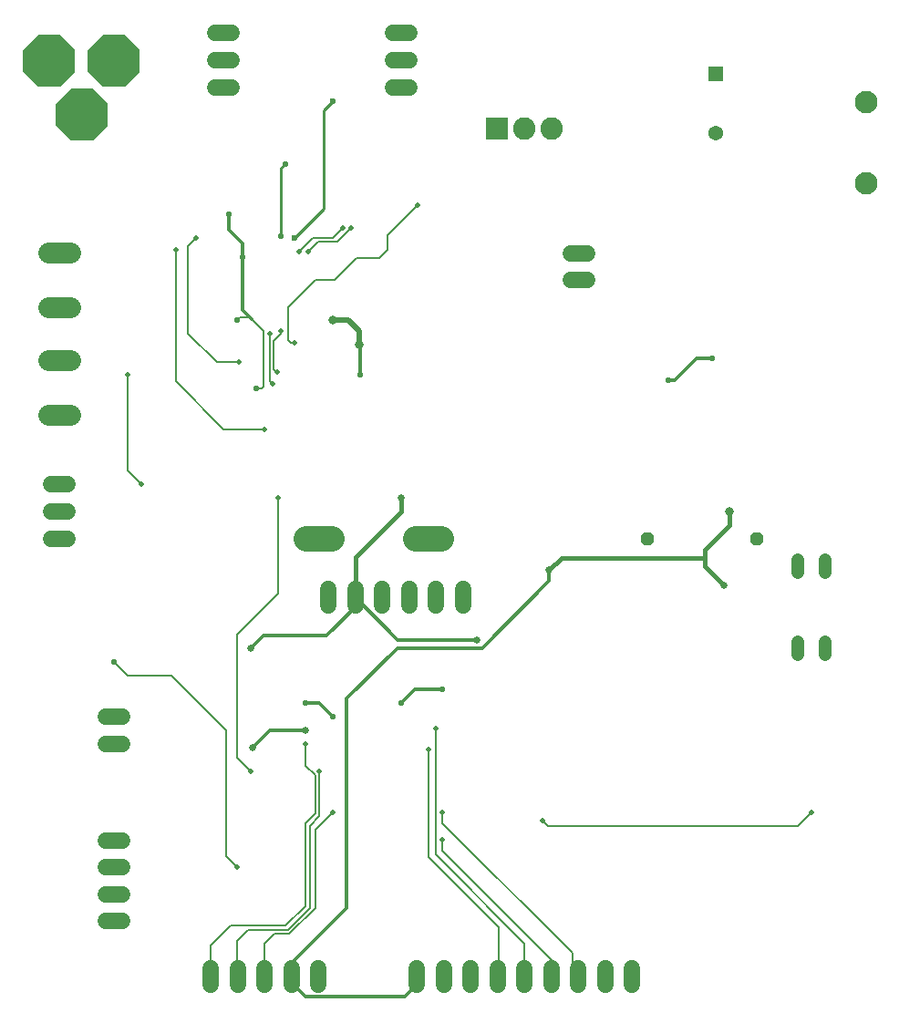
<source format=gbr>
G04 EAGLE Gerber RS-274X export*
G75*
%MOMM*%
%FSLAX34Y34*%
%LPD*%
%INBottom Copper*%
%IPPOS*%
%AMOC8*
5,1,8,0,0,1.08239X$1,22.5*%
G01*
%ADD10C,1.219200*%
%ADD11C,1.524000*%
%ADD12P,5.223614X8X112.500000*%
%ADD13P,1.319650X8X22.500000*%
%ADD14C,2.400300*%
%ADD15C,2.100000*%
%ADD16R,1.371600X1.371600*%
%ADD17C,1.371600*%
%ADD18R,2.085000X2.085000*%
%ADD19C,2.085000*%
%ADD20C,1.981200*%
%ADD21C,0.825000*%
%ADD22C,0.508000*%
%ADD23C,0.550000*%
%ADD24C,0.304800*%
%ADD25C,0.500000*%
%ADD26C,0.152400*%
%ADD27C,0.675000*%
%ADD28C,0.406400*%
%ADD29C,0.600000*%
%ADD30C,0.254000*%


D10*
X749300Y463296D02*
X749300Y451104D01*
X749300Y387096D02*
X749300Y374904D01*
X723900Y374904D02*
X723900Y387096D01*
X723900Y451104D02*
X723900Y463296D01*
D11*
X45720Y482600D02*
X30480Y482600D01*
X30480Y508000D02*
X45720Y508000D01*
X45720Y533400D02*
X30480Y533400D01*
D12*
X58928Y876300D03*
X88900Y926338D03*
X28956Y926338D03*
D13*
X584200Y482600D03*
X685800Y482600D03*
D14*
X291402Y482600D02*
X267399Y482600D01*
X368999Y482600D02*
X393002Y482600D01*
D15*
X787400Y812800D03*
X787400Y887800D03*
D16*
X647700Y914400D03*
D17*
X647700Y859536D03*
D11*
X198120Y901700D02*
X182880Y901700D01*
X182880Y927100D02*
X198120Y927100D01*
X198120Y952500D02*
X182880Y952500D01*
D18*
X444500Y863600D03*
D19*
X469900Y863600D03*
X495300Y863600D03*
D11*
X363220Y901700D02*
X347980Y901700D01*
X347980Y927100D02*
X363220Y927100D01*
X363220Y952500D02*
X347980Y952500D01*
X96520Y292300D02*
X81280Y292300D01*
X81280Y317300D02*
X96520Y317300D01*
X394900Y83820D02*
X394900Y68580D01*
X419900Y68580D02*
X419900Y83820D01*
X519900Y83820D02*
X519900Y68580D01*
X444900Y68580D02*
X444900Y83820D01*
X469900Y83820D02*
X469900Y68580D01*
X494900Y68580D02*
X494900Y83820D01*
X544900Y83820D02*
X544900Y68580D01*
X569900Y68580D02*
X569900Y83820D01*
X369900Y83820D02*
X369900Y68580D01*
X96520Y152600D02*
X81280Y152600D01*
X81280Y127600D02*
X96520Y127600D01*
X96520Y177600D02*
X81280Y177600D01*
X81280Y202600D02*
X96520Y202600D01*
X228600Y83820D02*
X228600Y68580D01*
X178600Y68580D02*
X178600Y83820D01*
X203600Y83820D02*
X203600Y68580D01*
X253600Y68580D02*
X253600Y83820D01*
X278600Y83820D02*
X278600Y68580D01*
X338020Y420370D02*
X338020Y435610D01*
X413020Y435610D02*
X413020Y420370D01*
X388020Y420370D02*
X388020Y435610D01*
X363020Y435610D02*
X363020Y420370D01*
X313020Y420370D02*
X313020Y435610D01*
X288020Y435610D02*
X288020Y420370D01*
D20*
X48006Y748284D02*
X28194Y748284D01*
X28194Y697992D02*
X48006Y697992D01*
X48006Y648208D02*
X28194Y648208D01*
X28194Y597916D02*
X48006Y597916D01*
D11*
X513080Y747830D02*
X528320Y747830D01*
X528320Y722830D02*
X513080Y722830D01*
D21*
X316230Y662940D03*
D22*
X316230Y675640D01*
X306070Y685800D02*
X292100Y685800D01*
X306070Y685800D02*
X316230Y675640D01*
D21*
X292100Y685800D03*
D23*
X643890Y650240D03*
X603250Y629920D03*
D24*
X609600Y629920D01*
X629920Y650240D02*
X643890Y650240D01*
X629920Y650240D02*
X609600Y629920D01*
D25*
X101600Y635000D03*
D26*
X101600Y546100D01*
X114300Y533400D01*
D25*
X114300Y533400D03*
D23*
X317500Y635000D03*
D24*
X317500Y661670D01*
X316230Y662940D01*
D23*
X203200Y685800D03*
D26*
X205740Y688340D01*
X214630Y688340D01*
X216535Y686435D01*
X227330Y675640D01*
X227330Y623570D01*
X226060Y622300D01*
X220980Y622300D01*
D23*
X220980Y622300D03*
X195580Y783590D03*
D24*
X195580Y769620D01*
X208280Y694690D02*
X216535Y686435D01*
X208280Y756920D02*
X195580Y769620D01*
X208280Y756920D02*
X208280Y744220D01*
X208280Y694690D01*
D23*
X208280Y744220D03*
X355600Y330200D03*
D24*
X368300Y342900D01*
X393700Y342900D01*
D23*
X393700Y342900D03*
X292100Y317500D03*
D24*
X279400Y330200D01*
X266700Y330200D01*
D23*
X266700Y330200D03*
D21*
X660400Y508000D03*
D27*
X655320Y439420D03*
D28*
X637540Y457200D01*
X637540Y464820D01*
X637540Y472440D01*
X660400Y495300D02*
X660400Y508000D01*
X660400Y495300D02*
X637540Y472440D01*
X637540Y464820D02*
X504190Y464820D01*
X492760Y453390D01*
D27*
X492760Y453390D03*
D26*
X254000Y76600D02*
X253600Y76200D01*
D24*
X254000Y76600D02*
X254000Y88900D01*
X304800Y139700D02*
X304800Y334010D01*
X351790Y381000D01*
X430530Y381000D01*
X492760Y443230D01*
X492760Y453390D01*
X304800Y139700D02*
X254000Y88900D01*
X253600Y69850D02*
X266300Y57150D01*
X253600Y69850D02*
X253600Y76200D01*
X358470Y57150D02*
X369900Y68580D01*
X369900Y76200D01*
X358470Y57150D02*
X266300Y57150D01*
D27*
X217170Y288290D03*
D24*
X233680Y304800D01*
X266700Y304800D01*
D27*
X266700Y304800D03*
D25*
X266700Y292100D03*
D26*
X178600Y104940D02*
X178600Y76200D01*
X178600Y104940D02*
X196850Y123190D01*
X248120Y123190D01*
X266700Y218440D02*
X275590Y227330D01*
X275590Y262890D01*
X266700Y271780D02*
X266700Y292100D01*
X266700Y141770D02*
X248120Y123190D01*
X266700Y141770D02*
X266700Y218440D01*
X275590Y262890D02*
X266700Y271780D01*
D25*
X279400Y266700D03*
D26*
X213360Y119380D02*
X203200Y109220D01*
X203200Y76600D01*
X203600Y76200D01*
X279400Y224790D02*
X279400Y266700D01*
X279400Y224790D02*
X270510Y215900D01*
X270510Y139700D01*
X250190Y119380D01*
X213360Y119380D01*
D25*
X292100Y228600D03*
D26*
X228600Y106680D02*
X228600Y76200D01*
X228600Y106680D02*
X237490Y115570D01*
X251460Y115570D01*
X275590Y139700D01*
X275590Y212090D02*
X292100Y228600D01*
X275590Y212090D02*
X275590Y139700D01*
D25*
X146050Y750570D03*
D26*
X146050Y628650D01*
X190500Y584200D02*
X228600Y584200D01*
X190500Y584200D02*
X146050Y628650D01*
D25*
X228600Y584200D03*
X241300Y520700D03*
D26*
X241300Y431800D01*
X203200Y393700D01*
X203200Y279400D01*
X215900Y266700D01*
D25*
X215900Y266700D03*
X203200Y177800D03*
D26*
X193040Y187960D01*
X193040Y304800D01*
D23*
X88900Y368300D03*
D26*
X142240Y355600D02*
X193040Y304800D01*
X142240Y355600D02*
X101600Y355600D01*
X88900Y368300D01*
X445770Y121920D02*
X445770Y77070D01*
X444900Y76200D01*
X381000Y186690D02*
X381000Y287020D01*
X381000Y186690D02*
X445770Y121920D01*
D25*
X381000Y287020D03*
D26*
X469900Y106680D02*
X469900Y76200D01*
X387350Y189230D02*
X387350Y306070D01*
X387350Y189230D02*
X469900Y106680D01*
D25*
X387350Y306070D03*
D26*
X514350Y97790D02*
X514350Y81750D01*
X519900Y76200D01*
X514350Y97790D02*
X393700Y218440D01*
X393700Y228600D01*
D25*
X393700Y228600D03*
D26*
X495300Y76600D02*
X494900Y76200D01*
X495300Y76600D02*
X495300Y91440D01*
X393700Y193040D02*
X393700Y203200D01*
X393700Y193040D02*
X495300Y91440D01*
D25*
X393700Y203200D03*
X486410Y220980D03*
D26*
X491490Y215900D02*
X723900Y215900D01*
X491490Y215900D02*
X486410Y220980D01*
X723900Y215900D02*
X736600Y228600D01*
D25*
X736600Y228600D03*
X269240Y749300D03*
X308610Y770890D03*
D26*
X296146Y758426D01*
X278366Y758426D02*
X269240Y749300D01*
X278366Y758426D02*
X296146Y758426D01*
D25*
X260350Y749300D03*
X300990Y770890D03*
D26*
X273050Y762000D02*
X260350Y749300D01*
X273050Y762000D02*
X292100Y762000D01*
X300990Y770890D01*
D29*
X256540Y762000D03*
X292100Y889000D03*
D30*
X283210Y788670D02*
X256540Y762000D01*
X283210Y880110D02*
X292100Y889000D01*
X283210Y880110D02*
X283210Y788670D01*
D23*
X243840Y763270D03*
D30*
X243840Y826770D01*
X247650Y830580D01*
D23*
X247650Y830580D03*
D25*
X233680Y673100D03*
D26*
X233680Y628650D01*
X236220Y626110D01*
D25*
X236220Y626110D03*
X243840Y675640D03*
D26*
X243840Y673100D01*
X237254Y640316D02*
X240030Y637540D01*
X237254Y666514D02*
X243840Y673100D01*
X237254Y666514D02*
X237254Y640316D01*
D25*
X240030Y637540D03*
X204470Y646430D03*
D26*
X184150Y646430D01*
X157480Y754380D02*
X165100Y762000D01*
X157480Y754380D02*
X157480Y673100D01*
X184150Y646430D01*
D25*
X165100Y762000D03*
X256540Y664210D03*
X370840Y792480D03*
D26*
X342900Y764540D01*
X293370Y722630D02*
X275590Y722630D01*
X250190Y697230D01*
X250190Y666750D02*
X252730Y664210D01*
X256540Y664210D01*
X250190Y666750D02*
X250190Y697230D01*
X293370Y722630D02*
X313690Y742950D01*
X342900Y750570D02*
X342900Y764540D01*
X335280Y742950D02*
X313690Y742950D01*
X335280Y742950D02*
X342900Y750570D01*
D27*
X355600Y520700D03*
D28*
X355600Y508000D01*
X313020Y465420D02*
X313020Y427990D01*
X313020Y465420D02*
X355600Y508000D01*
D27*
X215900Y381000D03*
D24*
X313020Y419100D02*
X313020Y427990D01*
X313020Y419100D02*
X286350Y392430D01*
X227330Y392430D01*
X215900Y381000D01*
D27*
X425450Y388620D03*
D24*
X352390Y388620D01*
X313020Y427990D01*
M02*

</source>
